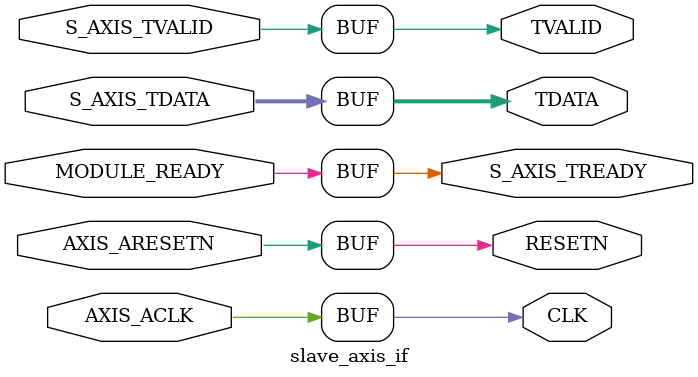
<source format=v>
`timescale 1 ps / 1ps

module slave_axis_if # (
  parameter integer S_AXIS_TDATA_WIDTH = 128
)(
  input wire AXIS_ACLK,
  input wire AXIS_ARESETN,
  input wire [S_AXIS_TDATA_WIDTH-1:0] S_AXIS_TDATA,
  input wire S_AXIS_TVALID,
  output wire S_AXIS_TREADY,

  output wire CLK,
  output wire RESETN,
  output wire [S_AXIS_TDATA_WIDTH-1:0] TDATA,
  output wire TVALID,
  input wire MODULE_READY
);

// wire s_axis_treadyD;
// reg s_axis_tready;
// wire s_axis_tvalidD;
// reg tvalid;
// wire [S_AXIS_TDATA_WIDTH-1:0] s_axis_tdataD;
// reg [S_AXIS_TDATA_WIDTH-1:0] tdata;

// assign s_axis_treadyD = BUFF_WRITE_READY&TRIMMER_READY;
// assign s_axis_tdataD = S_AXIS_TDATA;
// assign s_axis_tvalidD = S_AXIS_TVALID;

assign CLK = AXIS_ACLK;
assign RESETN = AXIS_ARESETN;
assign TDATA = S_AXIS_TDATA;
assign TVALID = S_AXIS_TVALID;
assign S_AXIS_TREADY = MODULE_READY;

// Bellow code violated to timing constrains
// always @(posedge CLK ) begin
//   tdata <= s_axis_tdataD;
//   s_axis_tready <= s_axis_treadyD;
//   tvalid <= s_axis_tvalidD;
// end


endmodule
</source>
